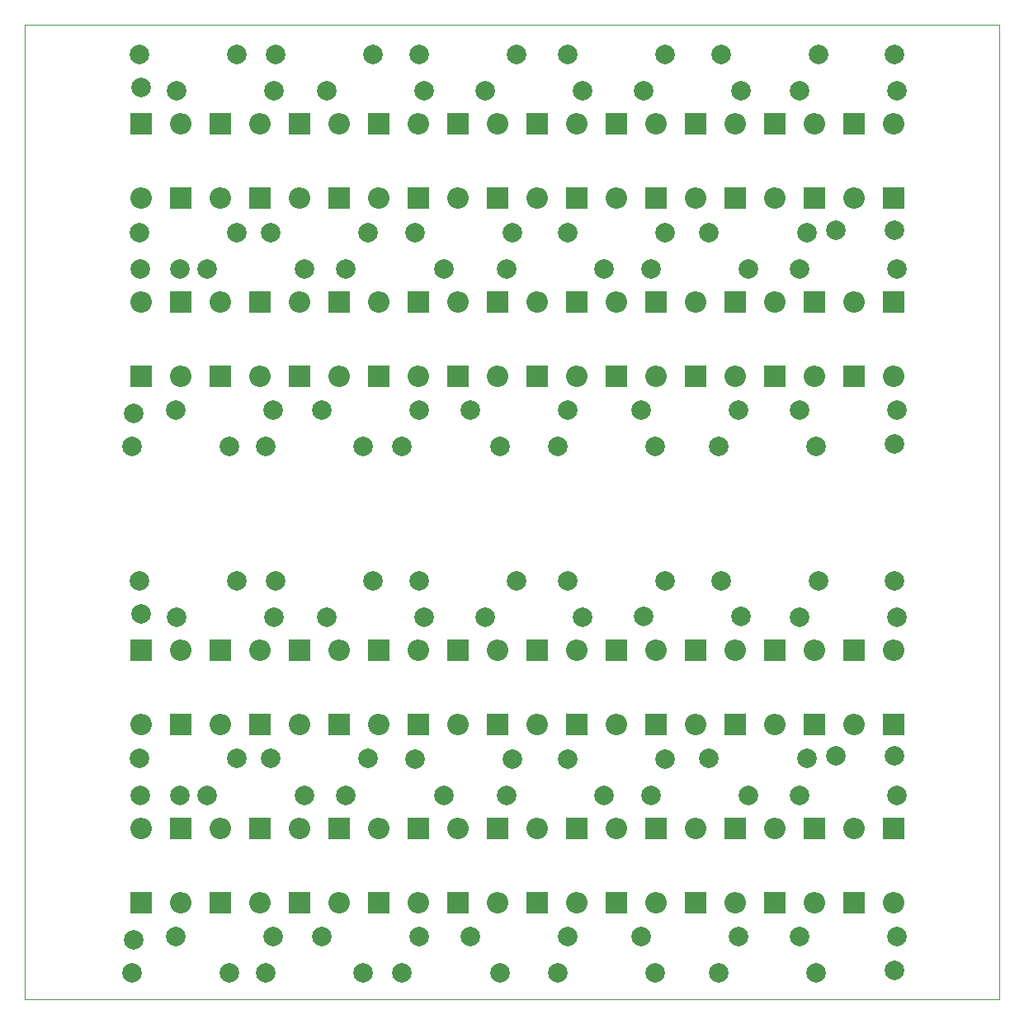
<source format=gbr>
G04 #@! TF.GenerationSoftware,KiCad,Pcbnew,5.1.4-e60b266~84~ubuntu16.04.1*
G04 #@! TF.CreationDate,2019-10-08T23:12:12-05:00*
G04 #@! TF.ProjectId,10x10p,31307831-3070-42e6-9b69-6361645f7063,rev?*
G04 #@! TF.SameCoordinates,Original*
G04 #@! TF.FileFunction,Copper,L1,Top*
G04 #@! TF.FilePolarity,Positive*
%FSLAX46Y46*%
G04 Gerber Fmt 4.6, Leading zero omitted, Abs format (unit mm)*
G04 Created by KiCad (PCBNEW 5.1.4-e60b266~84~ubuntu16.04.1) date 2019-10-08 23:12:12*
%MOMM*%
%LPD*%
G04 APERTURE LIST*
G04 #@! TA.AperFunction,NonConductor*
%ADD10C,0.050000*%
G04 #@! TD*
G04 #@! TA.AperFunction,ComponentPad*
%ADD11C,2.000000*%
G04 #@! TD*
G04 #@! TA.AperFunction,ComponentPad*
%ADD12R,2.200000X2.200000*%
G04 #@! TD*
G04 #@! TA.AperFunction,ComponentPad*
%ADD13O,2.200000X2.200000*%
G04 #@! TD*
G04 #@! TA.AperFunction,ComponentPad*
%ADD14C,1.998980*%
G04 #@! TD*
G04 APERTURE END LIST*
D10*
X50000000Y-150000000D02*
X50000000Y-50000000D01*
X150000000Y-150000000D02*
X50000000Y-150000000D01*
X150000000Y-50000000D02*
X150000000Y-150000000D01*
X50000000Y-50000000D02*
X150000000Y-50000000D01*
D11*
G04 #@! TO.P,C10,1*
G04 #@! TO.N,N/C*
X139490000Y-110790000D03*
G04 #@! TO.P,C10,2*
X129490000Y-110790000D03*
G04 #@! TD*
G04 #@! TO.P,C21,1*
G04 #@! TO.N,N/C*
X70990000Y-147290000D03*
G04 #@! TO.P,C21,2*
X60990000Y-147290000D03*
G04 #@! TD*
G04 #@! TO.P,C4,1*
G04 #@! TO.N,N/C*
X91006000Y-110752400D03*
G04 #@! TO.P,C4,2*
X81006000Y-110752400D03*
G04 #@! TD*
D12*
G04 #@! TO.P,D34,1*
G04 #@! TO.N,N/C*
X114788000Y-132452000D03*
D13*
G04 #@! TO.P,D34,2*
X114788000Y-140072000D03*
G04 #@! TD*
D12*
G04 #@! TO.P,D37,1*
G04 #@! TO.N,N/C*
X126980000Y-140072000D03*
D13*
G04 #@! TO.P,D37,2*
X126980000Y-132452000D03*
G04 #@! TD*
D11*
G04 #@! TO.P,C5,1*
G04 #@! TO.N,N/C*
X100490000Y-107040000D03*
G04 #@! TO.P,C5,2*
X90490000Y-107040000D03*
G04 #@! TD*
D12*
G04 #@! TO.P,D32,1*
G04 #@! TO.N,N/C*
X106660000Y-132452000D03*
D13*
G04 #@! TO.P,D32,2*
X106660000Y-140072000D03*
G04 #@! TD*
D12*
G04 #@! TO.P,D33,1*
G04 #@! TO.N,N/C*
X110724000Y-140072000D03*
D13*
G04 #@! TO.P,D33,2*
X110724000Y-132452000D03*
G04 #@! TD*
D12*
G04 #@! TO.P,D40,1*
G04 #@! TO.N,N/C*
X139172000Y-132452000D03*
D13*
G04 #@! TO.P,D40,2*
X139172000Y-140072000D03*
G04 #@! TD*
D11*
G04 #@! TO.P,C20,1*
G04 #@! TO.N,N/C*
X139490000Y-129040000D03*
G04 #@! TO.P,C20,2*
X129490000Y-129040000D03*
G04 #@! TD*
G04 #@! TO.P,C25,1*
G04 #@! TO.N,N/C*
X98740000Y-147290000D03*
G04 #@! TO.P,C25,2*
X88740000Y-147290000D03*
G04 #@! TD*
G04 #@! TO.P,C8,1*
G04 #@! TO.N,N/C*
X123518000Y-110727000D03*
G04 #@! TO.P,C8,2*
X113518000Y-110727000D03*
G04 #@! TD*
G04 #@! TO.P,C3,1*
G04 #@! TO.N,N/C*
X85740000Y-107040000D03*
G04 #@! TO.P,C3,2*
X75740000Y-107040000D03*
G04 #@! TD*
D12*
G04 #@! TO.P,D30,1*
G04 #@! TO.N,N/C*
X98532000Y-132452000D03*
D13*
G04 #@! TO.P,D30,2*
X98532000Y-140072000D03*
G04 #@! TD*
D12*
G04 #@! TO.P,D31,1*
G04 #@! TO.N,N/C*
X102596000Y-140072000D03*
D13*
G04 #@! TO.P,D31,2*
X102596000Y-132452000D03*
G04 #@! TD*
D12*
G04 #@! TO.P,D3,1*
G04 #@! TO.N,N/C*
X70084000Y-114156000D03*
D13*
G04 #@! TO.P,D3,2*
X70084000Y-121776000D03*
G04 #@! TD*
D12*
G04 #@! TO.P,D4,1*
G04 #@! TO.N,N/C*
X74148000Y-121776000D03*
D13*
G04 #@! TO.P,D4,2*
X74148000Y-114156000D03*
G04 #@! TD*
D12*
G04 #@! TO.P,D5,1*
G04 #@! TO.N,N/C*
X78212000Y-114156000D03*
D13*
G04 #@! TO.P,D5,2*
X78212000Y-121776000D03*
G04 #@! TD*
D12*
G04 #@! TO.P,D6,1*
G04 #@! TO.N,N/C*
X82276000Y-121776000D03*
D13*
G04 #@! TO.P,D6,2*
X82276000Y-114156000D03*
G04 #@! TD*
D12*
G04 #@! TO.P,D7,1*
G04 #@! TO.N,N/C*
X86340000Y-114156000D03*
D13*
G04 #@! TO.P,D7,2*
X86340000Y-121776000D03*
G04 #@! TD*
D12*
G04 #@! TO.P,D8,1*
G04 #@! TO.N,N/C*
X90404000Y-121776000D03*
D13*
G04 #@! TO.P,D8,2*
X90404000Y-114156000D03*
G04 #@! TD*
D12*
G04 #@! TO.P,D10,1*
G04 #@! TO.N,N/C*
X98532000Y-121776000D03*
D13*
G04 #@! TO.P,D10,2*
X98532000Y-114156000D03*
G04 #@! TD*
D12*
G04 #@! TO.P,D11,1*
G04 #@! TO.N,N/C*
X102596000Y-114156000D03*
D13*
G04 #@! TO.P,D11,2*
X102596000Y-121776000D03*
G04 #@! TD*
D12*
G04 #@! TO.P,D12,1*
G04 #@! TO.N,N/C*
X106660000Y-121776000D03*
D13*
G04 #@! TO.P,D12,2*
X106660000Y-114156000D03*
G04 #@! TD*
D12*
G04 #@! TO.P,D13,1*
G04 #@! TO.N,N/C*
X110724000Y-114156000D03*
D13*
G04 #@! TO.P,D13,2*
X110724000Y-121776000D03*
G04 #@! TD*
D12*
G04 #@! TO.P,D14,1*
G04 #@! TO.N,N/C*
X114788000Y-121776000D03*
D13*
G04 #@! TO.P,D14,2*
X114788000Y-114156000D03*
G04 #@! TD*
D12*
G04 #@! TO.P,D15,1*
G04 #@! TO.N,N/C*
X118852000Y-114156000D03*
D13*
G04 #@! TO.P,D15,2*
X118852000Y-121776000D03*
G04 #@! TD*
D12*
G04 #@! TO.P,D16,1*
G04 #@! TO.N,N/C*
X122916000Y-121776000D03*
D13*
G04 #@! TO.P,D16,2*
X122916000Y-114156000D03*
G04 #@! TD*
D12*
G04 #@! TO.P,D17,1*
G04 #@! TO.N,N/C*
X126980000Y-114156000D03*
D13*
G04 #@! TO.P,D17,2*
X126980000Y-121776000D03*
G04 #@! TD*
D12*
G04 #@! TO.P,D18,1*
G04 #@! TO.N,N/C*
X131044000Y-121776000D03*
D13*
G04 #@! TO.P,D18,2*
X131044000Y-114156000D03*
G04 #@! TD*
D12*
G04 #@! TO.P,D19,1*
G04 #@! TO.N,N/C*
X135108000Y-114156000D03*
D13*
G04 #@! TO.P,D19,2*
X135108000Y-121776000D03*
G04 #@! TD*
D12*
G04 #@! TO.P,D20,1*
G04 #@! TO.N,N/C*
X139172000Y-121776000D03*
D13*
G04 #@! TO.P,D20,2*
X139172000Y-114156000D03*
G04 #@! TD*
D12*
G04 #@! TO.P,D21,1*
G04 #@! TO.N,N/C*
X61956000Y-140072000D03*
D13*
G04 #@! TO.P,D21,2*
X61956000Y-132452000D03*
G04 #@! TD*
D12*
G04 #@! TO.P,D22,1*
G04 #@! TO.N,N/C*
X66020000Y-132452000D03*
D13*
G04 #@! TO.P,D22,2*
X66020000Y-140072000D03*
G04 #@! TD*
D12*
G04 #@! TO.P,D23,1*
G04 #@! TO.N,N/C*
X70084000Y-140072000D03*
D13*
G04 #@! TO.P,D23,2*
X70084000Y-132452000D03*
G04 #@! TD*
D12*
G04 #@! TO.P,D24,1*
G04 #@! TO.N,N/C*
X74148000Y-132452000D03*
D13*
G04 #@! TO.P,D24,2*
X74148000Y-140072000D03*
G04 #@! TD*
D12*
G04 #@! TO.P,D25,1*
G04 #@! TO.N,N/C*
X78212000Y-140072000D03*
D13*
G04 #@! TO.P,D25,2*
X78212000Y-132452000D03*
G04 #@! TD*
D12*
G04 #@! TO.P,D26,1*
G04 #@! TO.N,N/C*
X82276000Y-132452000D03*
D13*
G04 #@! TO.P,D26,2*
X82276000Y-140072000D03*
G04 #@! TD*
D12*
G04 #@! TO.P,D27,1*
G04 #@! TO.N,N/C*
X86340000Y-140072000D03*
D13*
G04 #@! TO.P,D27,2*
X86340000Y-132452000D03*
G04 #@! TD*
D12*
G04 #@! TO.P,D28,1*
G04 #@! TO.N,N/C*
X90404000Y-132452000D03*
D13*
G04 #@! TO.P,D28,2*
X90404000Y-140072000D03*
G04 #@! TD*
D12*
G04 #@! TO.P,D29,1*
G04 #@! TO.N,N/C*
X94468000Y-140072000D03*
D13*
G04 #@! TO.P,D29,2*
X94468000Y-132452000D03*
G04 #@! TD*
D11*
G04 #@! TO.P,C16,1*
G04 #@! TO.N,N/C*
X109490000Y-129040000D03*
G04 #@! TO.P,C16,2*
X99490000Y-129040000D03*
G04 #@! TD*
G04 #@! TO.P,C11,1*
G04 #@! TO.N,N/C*
X71740000Y-125290000D03*
G04 #@! TO.P,C11,2*
X61740000Y-125290000D03*
G04 #@! TD*
G04 #@! TO.P,C17,1*
G04 #@! TO.N,N/C*
X115740000Y-125332000D03*
G04 #@! TO.P,C17,2*
X105740000Y-125332000D03*
G04 #@! TD*
G04 #@! TO.P,C13,1*
G04 #@! TO.N,N/C*
X85240000Y-125290000D03*
G04 #@! TO.P,C13,2*
X75240000Y-125290000D03*
G04 #@! TD*
D14*
G04 #@! TO.P,OUT1,1*
G04 #@! TO.N,N/C*
X139240000Y-107040000D03*
G04 #@! TD*
D11*
G04 #@! TO.P,C15,1*
G04 #@! TO.N,N/C*
X100056000Y-125332000D03*
G04 #@! TO.P,C15,2*
X90056000Y-125332000D03*
G04 #@! TD*
G04 #@! TO.P,C9,1*
G04 #@! TO.N,N/C*
X131490000Y-107040000D03*
G04 #@! TO.P,C9,2*
X121490000Y-107040000D03*
G04 #@! TD*
G04 #@! TO.P,C14,1*
G04 #@! TO.N,N/C*
X92990000Y-129040000D03*
G04 #@! TO.P,C14,2*
X82990000Y-129040000D03*
G04 #@! TD*
G04 #@! TO.P,C12,1*
G04 #@! TO.N,N/C*
X78720000Y-129040400D03*
G04 #@! TO.P,C12,2*
X68720000Y-129040400D03*
G04 #@! TD*
G04 #@! TO.P,C18,1*
G04 #@! TO.N,N/C*
X124240000Y-129040000D03*
G04 #@! TO.P,C18,2*
X114240000Y-129040000D03*
G04 #@! TD*
D14*
G04 #@! TO.P,HV0,1*
G04 #@! TO.N,N/C*
X61879800Y-129040400D03*
G04 #@! TD*
G04 #@! TO.P,IN2,1*
G04 #@! TO.N,N/C*
X61219400Y-143848600D03*
G04 #@! TD*
D11*
G04 #@! TO.P,C29,1*
G04 #@! TO.N,N/C*
X131240000Y-147290000D03*
G04 #@! TO.P,C29,2*
X121240000Y-147290000D03*
G04 #@! TD*
D14*
G04 #@! TO.P,HV10,1*
G04 #@! TO.N,N/C*
X139240000Y-125040000D03*
G04 #@! TD*
G04 #@! TO.P,OUT2,1*
G04 #@! TO.N,N/C*
X139240000Y-147040000D03*
G04 #@! TD*
G04 #@! TO.P,IN1,1*
G04 #@! TO.N,N/C*
X61930600Y-110447600D03*
G04 #@! TD*
G04 #@! TO.P,HV9,1*
G04 #@! TO.N,N/C*
X133240000Y-125040000D03*
G04 #@! TD*
D11*
G04 #@! TO.P,C28,1*
G04 #@! TO.N,N/C*
X123240000Y-143540000D03*
G04 #@! TO.P,C28,2*
X113240000Y-143540000D03*
G04 #@! TD*
G04 #@! TO.P,C1,1*
G04 #@! TO.N,N/C*
X71740000Y-107040000D03*
G04 #@! TO.P,C1,2*
X61740000Y-107040000D03*
G04 #@! TD*
D12*
G04 #@! TO.P,D9,1*
G04 #@! TO.N,N/C*
X94468000Y-114156000D03*
D13*
G04 #@! TO.P,D9,2*
X94468000Y-121776000D03*
G04 #@! TD*
D11*
G04 #@! TO.P,C2,1*
G04 #@! TO.N,N/C*
X75595800Y-110752400D03*
G04 #@! TO.P,C2,2*
X65595800Y-110752400D03*
G04 #@! TD*
G04 #@! TO.P,C6,1*
G04 #@! TO.N,N/C*
X107218800Y-110752400D03*
G04 #@! TO.P,C6,2*
X97218800Y-110752400D03*
G04 #@! TD*
D12*
G04 #@! TO.P,D36,1*
G04 #@! TO.N,N/C*
X122916000Y-132452000D03*
D13*
G04 #@! TO.P,D36,2*
X122916000Y-140072000D03*
G04 #@! TD*
D11*
G04 #@! TO.P,C24,1*
G04 #@! TO.N,N/C*
X90490000Y-143540000D03*
G04 #@! TO.P,C24,2*
X80490000Y-143540000D03*
G04 #@! TD*
G04 #@! TO.P,C7,1*
G04 #@! TO.N,N/C*
X115740000Y-107040000D03*
G04 #@! TO.P,C7,2*
X105740000Y-107040000D03*
G04 #@! TD*
D12*
G04 #@! TO.P,D39,1*
G04 #@! TO.N,N/C*
X135108000Y-140072000D03*
D13*
G04 #@! TO.P,D39,2*
X135108000Y-132452000D03*
G04 #@! TD*
D11*
G04 #@! TO.P,C26,1*
G04 #@! TO.N,N/C*
X105740000Y-143540000D03*
G04 #@! TO.P,C26,2*
X95740000Y-143540000D03*
G04 #@! TD*
D12*
G04 #@! TO.P,D35,1*
G04 #@! TO.N,N/C*
X118852000Y-140072000D03*
D13*
G04 #@! TO.P,D35,2*
X118852000Y-132452000D03*
G04 #@! TD*
D11*
G04 #@! TO.P,C27,1*
G04 #@! TO.N,N/C*
X114740000Y-147290000D03*
G04 #@! TO.P,C27,2*
X104740000Y-147290000D03*
G04 #@! TD*
G04 #@! TO.P,C23,1*
G04 #@! TO.N,N/C*
X84740000Y-147290000D03*
G04 #@! TO.P,C23,2*
X74740000Y-147290000D03*
G04 #@! TD*
G04 #@! TO.P,C22,1*
G04 #@! TO.N,N/C*
X75494200Y-143518400D03*
G04 #@! TO.P,C22,2*
X65494200Y-143518400D03*
G04 #@! TD*
D12*
G04 #@! TO.P,D38,1*
G04 #@! TO.N,N/C*
X131044000Y-132452000D03*
D13*
G04 #@! TO.P,D38,2*
X131044000Y-140072000D03*
G04 #@! TD*
D12*
G04 #@! TO.P,D1,1*
G04 #@! TO.N,N/C*
X61956000Y-114156000D03*
D13*
G04 #@! TO.P,D1,2*
X61956000Y-121776000D03*
G04 #@! TD*
D12*
G04 #@! TO.P,D2,1*
G04 #@! TO.N,N/C*
X66020000Y-121776000D03*
D13*
G04 #@! TO.P,D2,2*
X66020000Y-114156000D03*
G04 #@! TD*
D14*
G04 #@! TO.P,HV1,1*
G04 #@! TO.N,N/C*
X65943800Y-129040400D03*
G04 #@! TD*
D11*
G04 #@! TO.P,C30,1*
G04 #@! TO.N,N/C*
X139490000Y-143540000D03*
G04 #@! TO.P,C30,2*
X129490000Y-143540000D03*
G04 #@! TD*
G04 #@! TO.P,C19,1*
G04 #@! TO.N,N/C*
X130240000Y-125290000D03*
G04 #@! TO.P,C19,2*
X120240000Y-125290000D03*
G04 #@! TD*
D14*
G04 #@! TO.P,HV1,1*
G04 #@! TO.N,/multiplier/HV1*
X65943800Y-75040400D03*
G04 #@! TD*
G04 #@! TO.P,IN2,1*
G04 #@! TO.N,/multiplier/IN2*
X61219400Y-89848600D03*
G04 #@! TD*
G04 #@! TO.P,IN1,1*
G04 #@! TO.N,/multiplier/IN1*
X61930600Y-56447600D03*
G04 #@! TD*
G04 #@! TO.P,HV9,1*
G04 #@! TO.N,/multiplier/HV9*
X133240000Y-71040000D03*
G04 #@! TD*
G04 #@! TO.P,OUT1,1*
G04 #@! TO.N,/multiplier/OUT1*
X139240000Y-53040000D03*
G04 #@! TD*
G04 #@! TO.P,HV0,1*
G04 #@! TO.N,/multiplier/HV0*
X61879800Y-75040400D03*
G04 #@! TD*
G04 #@! TO.P,OUT2,1*
G04 #@! TO.N,/multiplier/OUT2*
X139240000Y-93040000D03*
G04 #@! TD*
G04 #@! TO.P,HV10,1*
G04 #@! TO.N,/multiplier/HV10*
X139240000Y-71040000D03*
G04 #@! TD*
D11*
G04 #@! TO.P,C30,2*
G04 #@! TO.N,Net-(C29-Pad1)*
X129490000Y-89540000D03*
G04 #@! TO.P,C30,1*
G04 #@! TO.N,/multiplier/OUT2*
X139490000Y-89540000D03*
G04 #@! TD*
G04 #@! TO.P,C29,2*
G04 #@! TO.N,Net-(C28-Pad1)*
X121240000Y-93290000D03*
G04 #@! TO.P,C29,1*
G04 #@! TO.N,Net-(C29-Pad1)*
X131240000Y-93290000D03*
G04 #@! TD*
G04 #@! TO.P,C28,2*
G04 #@! TO.N,Net-(C27-Pad1)*
X113240000Y-89540000D03*
G04 #@! TO.P,C28,1*
G04 #@! TO.N,Net-(C28-Pad1)*
X123240000Y-89540000D03*
G04 #@! TD*
G04 #@! TO.P,C27,2*
G04 #@! TO.N,Net-(C26-Pad1)*
X104740000Y-93290000D03*
G04 #@! TO.P,C27,1*
G04 #@! TO.N,Net-(C27-Pad1)*
X114740000Y-93290000D03*
G04 #@! TD*
G04 #@! TO.P,C26,2*
G04 #@! TO.N,Net-(C25-Pad1)*
X95740000Y-89540000D03*
G04 #@! TO.P,C26,1*
G04 #@! TO.N,Net-(C26-Pad1)*
X105740000Y-89540000D03*
G04 #@! TD*
G04 #@! TO.P,C25,2*
G04 #@! TO.N,Net-(C24-Pad1)*
X88740000Y-93290000D03*
G04 #@! TO.P,C25,1*
G04 #@! TO.N,Net-(C25-Pad1)*
X98740000Y-93290000D03*
G04 #@! TD*
G04 #@! TO.P,C24,2*
G04 #@! TO.N,Net-(C23-Pad1)*
X80490000Y-89540000D03*
G04 #@! TO.P,C24,1*
G04 #@! TO.N,Net-(C24-Pad1)*
X90490000Y-89540000D03*
G04 #@! TD*
G04 #@! TO.P,C23,2*
G04 #@! TO.N,Net-(C22-Pad1)*
X74740000Y-93290000D03*
G04 #@! TO.P,C23,1*
G04 #@! TO.N,Net-(C23-Pad1)*
X84740000Y-93290000D03*
G04 #@! TD*
G04 #@! TO.P,C22,2*
G04 #@! TO.N,Net-(C21-Pad1)*
X65494200Y-89518400D03*
G04 #@! TO.P,C22,1*
G04 #@! TO.N,Net-(C22-Pad1)*
X75494200Y-89518400D03*
G04 #@! TD*
G04 #@! TO.P,C21,2*
G04 #@! TO.N,/multiplier/IN2*
X60990000Y-93290000D03*
G04 #@! TO.P,C21,1*
G04 #@! TO.N,Net-(C21-Pad1)*
X70990000Y-93290000D03*
G04 #@! TD*
G04 #@! TO.P,C20,2*
G04 #@! TO.N,/multiplier/HV9*
X129490000Y-75040000D03*
G04 #@! TO.P,C20,1*
G04 #@! TO.N,/multiplier/HV10*
X139490000Y-75040000D03*
G04 #@! TD*
G04 #@! TO.P,C19,2*
G04 #@! TO.N,Net-(C18-Pad1)*
X120240000Y-71290000D03*
G04 #@! TO.P,C19,1*
G04 #@! TO.N,/multiplier/HV9*
X130240000Y-71290000D03*
G04 #@! TD*
G04 #@! TO.P,C18,2*
G04 #@! TO.N,Net-(C17-Pad1)*
X114240000Y-75040000D03*
G04 #@! TO.P,C18,1*
G04 #@! TO.N,Net-(C18-Pad1)*
X124240000Y-75040000D03*
G04 #@! TD*
G04 #@! TO.P,C17,2*
G04 #@! TO.N,Net-(C16-Pad1)*
X105740000Y-71332000D03*
G04 #@! TO.P,C17,1*
G04 #@! TO.N,Net-(C17-Pad1)*
X115740000Y-71332000D03*
G04 #@! TD*
G04 #@! TO.P,C16,2*
G04 #@! TO.N,Net-(C15-Pad1)*
X99490000Y-75040000D03*
G04 #@! TO.P,C16,1*
G04 #@! TO.N,Net-(C16-Pad1)*
X109490000Y-75040000D03*
G04 #@! TD*
G04 #@! TO.P,C15,2*
G04 #@! TO.N,Net-(C14-Pad1)*
X90056000Y-71332000D03*
G04 #@! TO.P,C15,1*
G04 #@! TO.N,Net-(C15-Pad1)*
X100056000Y-71332000D03*
G04 #@! TD*
G04 #@! TO.P,C14,2*
G04 #@! TO.N,Net-(C13-Pad1)*
X82990000Y-75040000D03*
G04 #@! TO.P,C14,1*
G04 #@! TO.N,Net-(C14-Pad1)*
X92990000Y-75040000D03*
G04 #@! TD*
G04 #@! TO.P,C13,2*
G04 #@! TO.N,Net-(C12-Pad1)*
X75240000Y-71290000D03*
G04 #@! TO.P,C13,1*
G04 #@! TO.N,Net-(C13-Pad1)*
X85240000Y-71290000D03*
G04 #@! TD*
G04 #@! TO.P,C12,2*
G04 #@! TO.N,/multiplier/HV1*
X68720000Y-75040400D03*
G04 #@! TO.P,C12,1*
G04 #@! TO.N,Net-(C12-Pad1)*
X78720000Y-75040400D03*
G04 #@! TD*
G04 #@! TO.P,C11,2*
G04 #@! TO.N,/multiplier/HV0*
X61740000Y-71290000D03*
G04 #@! TO.P,C11,1*
G04 #@! TO.N,/multiplier/HV1*
X71740000Y-71290000D03*
G04 #@! TD*
G04 #@! TO.P,C10,2*
G04 #@! TO.N,Net-(C10-Pad2)*
X129490000Y-56790000D03*
G04 #@! TO.P,C10,1*
G04 #@! TO.N,/multiplier/OUT1*
X139490000Y-56790000D03*
G04 #@! TD*
G04 #@! TO.P,C9,2*
G04 #@! TO.N,Net-(C8-Pad1)*
X121490000Y-53040000D03*
G04 #@! TO.P,C9,1*
G04 #@! TO.N,Net-(C10-Pad2)*
X131490000Y-53040000D03*
G04 #@! TD*
G04 #@! TO.P,C8,2*
G04 #@! TO.N,Net-(C7-Pad1)*
X113518000Y-56727000D03*
G04 #@! TO.P,C8,1*
G04 #@! TO.N,Net-(C8-Pad1)*
X123518000Y-56727000D03*
G04 #@! TD*
G04 #@! TO.P,C7,2*
G04 #@! TO.N,Net-(C6-Pad1)*
X105740000Y-53040000D03*
G04 #@! TO.P,C7,1*
G04 #@! TO.N,Net-(C7-Pad1)*
X115740000Y-53040000D03*
G04 #@! TD*
G04 #@! TO.P,C6,2*
G04 #@! TO.N,Net-(C5-Pad1)*
X97218800Y-56752400D03*
G04 #@! TO.P,C6,1*
G04 #@! TO.N,Net-(C6-Pad1)*
X107218800Y-56752400D03*
G04 #@! TD*
G04 #@! TO.P,C5,2*
G04 #@! TO.N,Net-(C4-Pad1)*
X90490000Y-53040000D03*
G04 #@! TO.P,C5,1*
G04 #@! TO.N,Net-(C5-Pad1)*
X100490000Y-53040000D03*
G04 #@! TD*
G04 #@! TO.P,C4,2*
G04 #@! TO.N,Net-(C3-Pad1)*
X81006000Y-56752400D03*
G04 #@! TO.P,C4,1*
G04 #@! TO.N,Net-(C4-Pad1)*
X91006000Y-56752400D03*
G04 #@! TD*
G04 #@! TO.P,C3,2*
G04 #@! TO.N,Net-(C2-Pad1)*
X75740000Y-53040000D03*
G04 #@! TO.P,C3,1*
G04 #@! TO.N,Net-(C3-Pad1)*
X85740000Y-53040000D03*
G04 #@! TD*
G04 #@! TO.P,C2,2*
G04 #@! TO.N,Net-(C1-Pad1)*
X65595800Y-56752400D03*
G04 #@! TO.P,C2,1*
G04 #@! TO.N,Net-(C2-Pad1)*
X75595800Y-56752400D03*
G04 #@! TD*
G04 #@! TO.P,C1,2*
G04 #@! TO.N,/multiplier/IN1*
X61740000Y-53040000D03*
G04 #@! TO.P,C1,1*
G04 #@! TO.N,Net-(C1-Pad1)*
X71740000Y-53040000D03*
G04 #@! TD*
D13*
G04 #@! TO.P,D40,2*
G04 #@! TO.N,/multiplier/OUT2*
X139172000Y-86072000D03*
D12*
G04 #@! TO.P,D40,1*
G04 #@! TO.N,/multiplier/HV10*
X139172000Y-78452000D03*
G04 #@! TD*
D13*
G04 #@! TO.P,D39,2*
G04 #@! TO.N,/multiplier/HV9*
X135108000Y-78452000D03*
D12*
G04 #@! TO.P,D39,1*
G04 #@! TO.N,/multiplier/OUT2*
X135108000Y-86072000D03*
G04 #@! TD*
D13*
G04 #@! TO.P,D38,2*
G04 #@! TO.N,Net-(C29-Pad1)*
X131044000Y-86072000D03*
D12*
G04 #@! TO.P,D38,1*
G04 #@! TO.N,/multiplier/HV9*
X131044000Y-78452000D03*
G04 #@! TD*
D13*
G04 #@! TO.P,D37,2*
G04 #@! TO.N,Net-(C18-Pad1)*
X126980000Y-78452000D03*
D12*
G04 #@! TO.P,D37,1*
G04 #@! TO.N,Net-(C29-Pad1)*
X126980000Y-86072000D03*
G04 #@! TD*
D13*
G04 #@! TO.P,D36,2*
G04 #@! TO.N,Net-(C28-Pad1)*
X122916000Y-86072000D03*
D12*
G04 #@! TO.P,D36,1*
G04 #@! TO.N,Net-(C18-Pad1)*
X122916000Y-78452000D03*
G04 #@! TD*
D13*
G04 #@! TO.P,D35,2*
G04 #@! TO.N,Net-(C17-Pad1)*
X118852000Y-78452000D03*
D12*
G04 #@! TO.P,D35,1*
G04 #@! TO.N,Net-(C28-Pad1)*
X118852000Y-86072000D03*
G04 #@! TD*
D13*
G04 #@! TO.P,D34,2*
G04 #@! TO.N,Net-(C27-Pad1)*
X114788000Y-86072000D03*
D12*
G04 #@! TO.P,D34,1*
G04 #@! TO.N,Net-(C17-Pad1)*
X114788000Y-78452000D03*
G04 #@! TD*
D13*
G04 #@! TO.P,D33,2*
G04 #@! TO.N,Net-(C16-Pad1)*
X110724000Y-78452000D03*
D12*
G04 #@! TO.P,D33,1*
G04 #@! TO.N,Net-(C27-Pad1)*
X110724000Y-86072000D03*
G04 #@! TD*
D13*
G04 #@! TO.P,D32,2*
G04 #@! TO.N,Net-(C26-Pad1)*
X106660000Y-86072000D03*
D12*
G04 #@! TO.P,D32,1*
G04 #@! TO.N,Net-(C16-Pad1)*
X106660000Y-78452000D03*
G04 #@! TD*
D13*
G04 #@! TO.P,D31,2*
G04 #@! TO.N,Net-(C15-Pad1)*
X102596000Y-78452000D03*
D12*
G04 #@! TO.P,D31,1*
G04 #@! TO.N,Net-(C26-Pad1)*
X102596000Y-86072000D03*
G04 #@! TD*
D13*
G04 #@! TO.P,D30,2*
G04 #@! TO.N,Net-(C25-Pad1)*
X98532000Y-86072000D03*
D12*
G04 #@! TO.P,D30,1*
G04 #@! TO.N,Net-(C15-Pad1)*
X98532000Y-78452000D03*
G04 #@! TD*
D13*
G04 #@! TO.P,D29,2*
G04 #@! TO.N,Net-(C14-Pad1)*
X94468000Y-78452000D03*
D12*
G04 #@! TO.P,D29,1*
G04 #@! TO.N,Net-(C25-Pad1)*
X94468000Y-86072000D03*
G04 #@! TD*
D13*
G04 #@! TO.P,D28,2*
G04 #@! TO.N,Net-(C24-Pad1)*
X90404000Y-86072000D03*
D12*
G04 #@! TO.P,D28,1*
G04 #@! TO.N,Net-(C14-Pad1)*
X90404000Y-78452000D03*
G04 #@! TD*
D13*
G04 #@! TO.P,D27,2*
G04 #@! TO.N,Net-(C13-Pad1)*
X86340000Y-78452000D03*
D12*
G04 #@! TO.P,D27,1*
G04 #@! TO.N,Net-(C24-Pad1)*
X86340000Y-86072000D03*
G04 #@! TD*
D13*
G04 #@! TO.P,D26,2*
G04 #@! TO.N,Net-(C23-Pad1)*
X82276000Y-86072000D03*
D12*
G04 #@! TO.P,D26,1*
G04 #@! TO.N,Net-(C13-Pad1)*
X82276000Y-78452000D03*
G04 #@! TD*
D13*
G04 #@! TO.P,D25,2*
G04 #@! TO.N,Net-(C12-Pad1)*
X78212000Y-78452000D03*
D12*
G04 #@! TO.P,D25,1*
G04 #@! TO.N,Net-(C23-Pad1)*
X78212000Y-86072000D03*
G04 #@! TD*
D13*
G04 #@! TO.P,D24,2*
G04 #@! TO.N,Net-(C22-Pad1)*
X74148000Y-86072000D03*
D12*
G04 #@! TO.P,D24,1*
G04 #@! TO.N,Net-(C12-Pad1)*
X74148000Y-78452000D03*
G04 #@! TD*
D13*
G04 #@! TO.P,D23,2*
G04 #@! TO.N,/multiplier/HV1*
X70084000Y-78452000D03*
D12*
G04 #@! TO.P,D23,1*
G04 #@! TO.N,Net-(C22-Pad1)*
X70084000Y-86072000D03*
G04 #@! TD*
D13*
G04 #@! TO.P,D22,2*
G04 #@! TO.N,Net-(C21-Pad1)*
X66020000Y-86072000D03*
D12*
G04 #@! TO.P,D22,1*
G04 #@! TO.N,/multiplier/HV1*
X66020000Y-78452000D03*
G04 #@! TD*
D13*
G04 #@! TO.P,D21,2*
G04 #@! TO.N,/multiplier/HV0*
X61956000Y-78452000D03*
D12*
G04 #@! TO.P,D21,1*
G04 #@! TO.N,Net-(C21-Pad1)*
X61956000Y-86072000D03*
G04 #@! TD*
D13*
G04 #@! TO.P,D20,2*
G04 #@! TO.N,/multiplier/OUT1*
X139172000Y-60156000D03*
D12*
G04 #@! TO.P,D20,1*
G04 #@! TO.N,/multiplier/HV10*
X139172000Y-67776000D03*
G04 #@! TD*
D13*
G04 #@! TO.P,D19,2*
G04 #@! TO.N,/multiplier/HV9*
X135108000Y-67776000D03*
D12*
G04 #@! TO.P,D19,1*
G04 #@! TO.N,/multiplier/OUT1*
X135108000Y-60156000D03*
G04 #@! TD*
D13*
G04 #@! TO.P,D18,2*
G04 #@! TO.N,Net-(C10-Pad2)*
X131044000Y-60156000D03*
D12*
G04 #@! TO.P,D18,1*
G04 #@! TO.N,/multiplier/HV9*
X131044000Y-67776000D03*
G04 #@! TD*
D13*
G04 #@! TO.P,D17,2*
G04 #@! TO.N,Net-(C18-Pad1)*
X126980000Y-67776000D03*
D12*
G04 #@! TO.P,D17,1*
G04 #@! TO.N,Net-(C10-Pad2)*
X126980000Y-60156000D03*
G04 #@! TD*
D13*
G04 #@! TO.P,D16,2*
G04 #@! TO.N,Net-(C8-Pad1)*
X122916000Y-60156000D03*
D12*
G04 #@! TO.P,D16,1*
G04 #@! TO.N,Net-(C18-Pad1)*
X122916000Y-67776000D03*
G04 #@! TD*
D13*
G04 #@! TO.P,D15,2*
G04 #@! TO.N,Net-(C17-Pad1)*
X118852000Y-67776000D03*
D12*
G04 #@! TO.P,D15,1*
G04 #@! TO.N,Net-(C8-Pad1)*
X118852000Y-60156000D03*
G04 #@! TD*
D13*
G04 #@! TO.P,D14,2*
G04 #@! TO.N,Net-(C7-Pad1)*
X114788000Y-60156000D03*
D12*
G04 #@! TO.P,D14,1*
G04 #@! TO.N,Net-(C17-Pad1)*
X114788000Y-67776000D03*
G04 #@! TD*
D13*
G04 #@! TO.P,D13,2*
G04 #@! TO.N,Net-(C16-Pad1)*
X110724000Y-67776000D03*
D12*
G04 #@! TO.P,D13,1*
G04 #@! TO.N,Net-(C7-Pad1)*
X110724000Y-60156000D03*
G04 #@! TD*
D13*
G04 #@! TO.P,D12,2*
G04 #@! TO.N,Net-(C6-Pad1)*
X106660000Y-60156000D03*
D12*
G04 #@! TO.P,D12,1*
G04 #@! TO.N,Net-(C16-Pad1)*
X106660000Y-67776000D03*
G04 #@! TD*
D13*
G04 #@! TO.P,D11,2*
G04 #@! TO.N,Net-(C15-Pad1)*
X102596000Y-67776000D03*
D12*
G04 #@! TO.P,D11,1*
G04 #@! TO.N,Net-(C6-Pad1)*
X102596000Y-60156000D03*
G04 #@! TD*
D13*
G04 #@! TO.P,D10,2*
G04 #@! TO.N,Net-(C5-Pad1)*
X98532000Y-60156000D03*
D12*
G04 #@! TO.P,D10,1*
G04 #@! TO.N,Net-(C15-Pad1)*
X98532000Y-67776000D03*
G04 #@! TD*
D13*
G04 #@! TO.P,D9,2*
G04 #@! TO.N,Net-(C14-Pad1)*
X94468000Y-67776000D03*
D12*
G04 #@! TO.P,D9,1*
G04 #@! TO.N,Net-(C5-Pad1)*
X94468000Y-60156000D03*
G04 #@! TD*
D13*
G04 #@! TO.P,D8,2*
G04 #@! TO.N,Net-(C4-Pad1)*
X90404000Y-60156000D03*
D12*
G04 #@! TO.P,D8,1*
G04 #@! TO.N,Net-(C14-Pad1)*
X90404000Y-67776000D03*
G04 #@! TD*
D13*
G04 #@! TO.P,D7,2*
G04 #@! TO.N,Net-(C13-Pad1)*
X86340000Y-67776000D03*
D12*
G04 #@! TO.P,D7,1*
G04 #@! TO.N,Net-(C4-Pad1)*
X86340000Y-60156000D03*
G04 #@! TD*
D13*
G04 #@! TO.P,D6,2*
G04 #@! TO.N,Net-(C3-Pad1)*
X82276000Y-60156000D03*
D12*
G04 #@! TO.P,D6,1*
G04 #@! TO.N,Net-(C13-Pad1)*
X82276000Y-67776000D03*
G04 #@! TD*
D13*
G04 #@! TO.P,D5,2*
G04 #@! TO.N,Net-(C12-Pad1)*
X78212000Y-67776000D03*
D12*
G04 #@! TO.P,D5,1*
G04 #@! TO.N,Net-(C3-Pad1)*
X78212000Y-60156000D03*
G04 #@! TD*
D13*
G04 #@! TO.P,D4,2*
G04 #@! TO.N,Net-(C2-Pad1)*
X74148000Y-60156000D03*
D12*
G04 #@! TO.P,D4,1*
G04 #@! TO.N,Net-(C12-Pad1)*
X74148000Y-67776000D03*
G04 #@! TD*
D13*
G04 #@! TO.P,D3,2*
G04 #@! TO.N,/multiplier/HV1*
X70084000Y-67776000D03*
D12*
G04 #@! TO.P,D3,1*
G04 #@! TO.N,Net-(C2-Pad1)*
X70084000Y-60156000D03*
G04 #@! TD*
D13*
G04 #@! TO.P,D2,2*
G04 #@! TO.N,Net-(C1-Pad1)*
X66020000Y-60156000D03*
D12*
G04 #@! TO.P,D2,1*
G04 #@! TO.N,/multiplier/HV1*
X66020000Y-67776000D03*
G04 #@! TD*
D13*
G04 #@! TO.P,D1,2*
G04 #@! TO.N,/multiplier/HV0*
X61956000Y-67776000D03*
D12*
G04 #@! TO.P,D1,1*
G04 #@! TO.N,Net-(C1-Pad1)*
X61956000Y-60156000D03*
G04 #@! TD*
M02*

</source>
